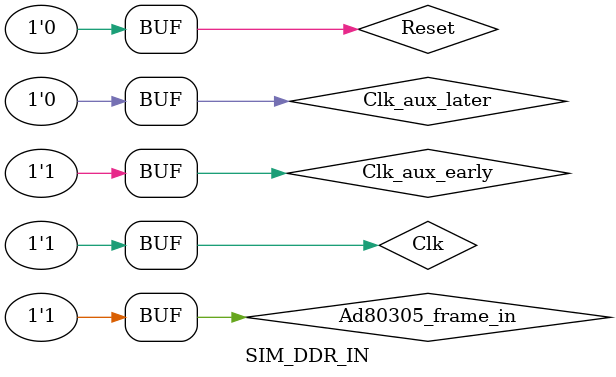
<source format=v>
`timescale 1ns / 1ps


module SIM_DDR_IN(

    );
/* Input */
reg             Clk;
reg             Reset;

reg             Ad80305_frame_in;
reg     [11:0]  Ad80305_data_in;
reg             Ad80305_clk_in;
            
/* Outputs */
wire            Clk_out;
wire    [25:0]  data_in_to_device;
        
// Counter
reg     [11:0]  Data_in_i;
reg     [11:0]  Data_in_q;

wire     [11:0]  DDR_Q1;
wire     [11:0]  DDR_Q2;

reg             Clk_aux_early;
reg             Clk_aux_later;
reg     [11:0]  counter_data_in;
    
/* Initail for Clk & Reset */
initial begin
/* Initialize Inputs */
    Clk = 0;
    Reset = 0;
    Ad80305_clk_in = 1;
    Ad80305_frame_in = 0;
    Ad80305_data_in = 12'b0;

    Clk_aux_early = 0;
    Clk_aux_later = 0;
    counter_data_in = 12'b0;
    Data_in_i = 12'b0;
    Data_in_q = 12'b0;            
       
// Wait 100 ns for global reset to finish
    #100;
                   
    Reset = 1;
    #100 Reset = 0;                  
end

always begin
    #2.5 Clk_aux_early = 0;
    #2.5 Clk_aux_early = 1;
end
        
always begin
    #2.5 Clk_aux_later = 1;
    #2.5 Clk_aux_later = 0;
end

always begin
    #5 Clk = 0;
    #5 Clk = 1;
end

always @ ( posedge Clk_aux_later )
begin
    Ad80305_clk_in = ~Ad80305_clk_in;
end
    
always begin
    #5 Ad80305_frame_in = 0;
    #5 Ad80305_frame_in = 1;
end
                
always @ ( posedge Clk_aux_early )
begin
    counter_data_in = counter_data_in + 12'd1;
end
        
always @ ( posedge Clk_aux_early )
begin
    Ad80305_data_in <= counter_data_in;
end

DDR_FDD_IN      SIM_DDR_IN (
  .data_in_from_pins    ( { Ad80305_frame_in, Ad80305_data_in } ),  // input wire [12 : 0] data_in_from_pins
  .clk_in               ( Ad80305_clk_in                        ),  // input wire clk_in
  .io_reset             ( Reset                                 ),  // input wire io_reset
  .clk_out              ( Clk_out                               ),  // output wire clk_out
  .data_in_to_device    ( data_in_to_device                     )   // output wire [25 : 0] data_in_to_device
); 

assign DDR_Q1 = data_in_to_device[24:13];
assign DDR_Q2 = data_in_to_device[11:0];
//* No FIFO Test
always @ ( posedge Clk )
begin
    if ( ( data_in_to_device[25] == 1'b1 ) && ( data_in_to_device[12] == 1'b0 ) )
        Data_in_q <= data_in_to_device[11:0];
    else if ( ( data_in_to_device[25] == 1'b0 ) && ( data_in_to_device[12] == 1'b1 ) )
        Data_in_q <= data_in_to_device[24:13];
    else
        Data_in_q <= 12'b0;
end

always @ ( posedge Clk )
begin
    if ( ( data_in_to_device[25] == 1'b1 ) && ( data_in_to_device[12] == 1'b0 ) )
        Data_in_i <= data_in_to_device[24:13];
    else if ( ( data_in_to_device[25] == 1'b0 ) && ( data_in_to_device[12] == 1'b1 ) )
        Data_in_i <= data_in_to_device[11:0];
    else
        Data_in_i <= 12'b0;
end
endmodule

</source>
